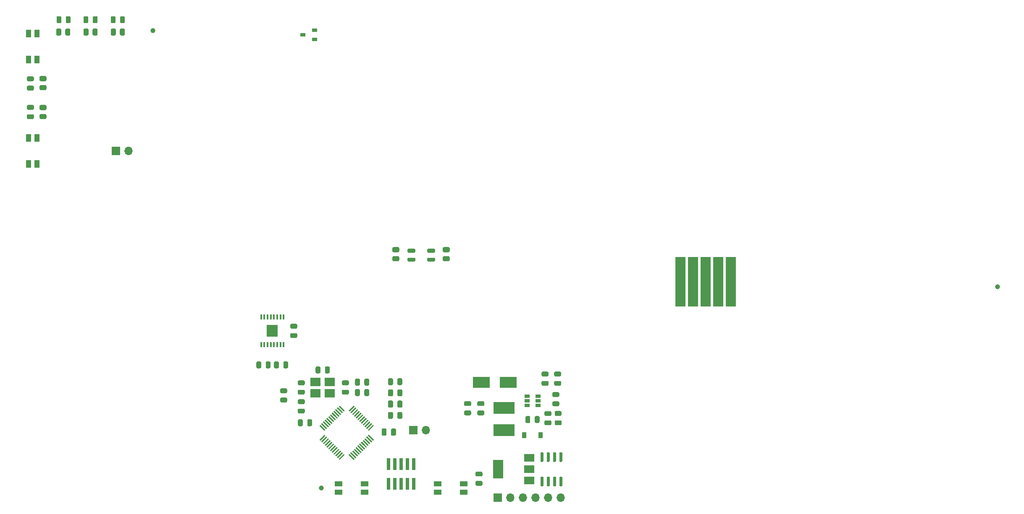
<source format=gts>
G04 #@! TF.GenerationSoftware,KiCad,Pcbnew,5.1.9+dfsg1-1~bpo10+1*
G04 #@! TF.CreationDate,2021-04-28T23:58:41+00:00*
G04 #@! TF.ProjectId,mobo,6d6f626f-2e6b-4696-9361-645f70636258,rev?*
G04 #@! TF.SameCoordinates,Original*
G04 #@! TF.FileFunction,Soldermask,Top*
G04 #@! TF.FilePolarity,Negative*
%FSLAX46Y46*%
G04 Gerber Fmt 4.6, Leading zero omitted, Abs format (unit mm)*
G04 Created by KiCad (PCBNEW 5.1.9+dfsg1-1~bpo10+1) date 2021-04-28 23:58:41*
%MOMM*%
%LPD*%
G01*
G04 APERTURE LIST*
%ADD10R,1.550000X1.000000*%
%ADD11C,1.000000*%
%ADD12R,3.500000X2.300000*%
%ADD13R,0.900000X1.200000*%
%ADD14R,2.000000X10.000000*%
%ADD15R,4.200000X2.400000*%
%ADD16O,1.700000X1.700000*%
%ADD17R,1.700000X1.700000*%
%ADD18R,1.000000X1.550000*%
%ADD19R,1.000000X0.700000*%
%ADD20R,0.450000X1.050000*%
%ADD21R,2.310000X2.460000*%
%ADD22R,2.000000X1.500000*%
%ADD23R,2.000000X3.800000*%
%ADD24R,1.060000X0.650000*%
%ADD25R,2.100000X1.800000*%
%ADD26R,0.740000X2.400000*%
G04 APERTURE END LIST*
D10*
X69450000Y-100750000D03*
X74700000Y-100750000D03*
X74700000Y-102450000D03*
X69450000Y-102450000D03*
G36*
G01*
X82360000Y-84165000D02*
X82360000Y-85115000D01*
G75*
G02*
X82110000Y-85365000I-250000J0D01*
G01*
X81610000Y-85365000D01*
G75*
G02*
X81360000Y-85115000I0J250000D01*
G01*
X81360000Y-84165000D01*
G75*
G02*
X81610000Y-83915000I250000J0D01*
G01*
X82110000Y-83915000D01*
G75*
G02*
X82360000Y-84165000I0J-250000D01*
G01*
G37*
G36*
G01*
X80460000Y-84165000D02*
X80460000Y-85115000D01*
G75*
G02*
X80210000Y-85365000I-250000J0D01*
G01*
X79710000Y-85365000D01*
G75*
G02*
X79460000Y-85115000I0J250000D01*
G01*
X79460000Y-84165000D01*
G75*
G02*
X79710000Y-83915000I250000J0D01*
G01*
X80210000Y-83915000D01*
G75*
G02*
X80460000Y-84165000I0J-250000D01*
G01*
G37*
G36*
G01*
X80070000Y-90755000D02*
X80070000Y-89805000D01*
G75*
G02*
X80320000Y-89555000I250000J0D01*
G01*
X80820000Y-89555000D01*
G75*
G02*
X81070000Y-89805000I0J-250000D01*
G01*
X81070000Y-90755000D01*
G75*
G02*
X80820000Y-91005000I-250000J0D01*
G01*
X80320000Y-91005000D01*
G75*
G02*
X80070000Y-90755000I0J250000D01*
G01*
G37*
G36*
G01*
X78170000Y-90755000D02*
X78170000Y-89805000D01*
G75*
G02*
X78420000Y-89555000I250000J0D01*
G01*
X78920000Y-89555000D01*
G75*
G02*
X79170000Y-89805000I0J-250000D01*
G01*
X79170000Y-90755000D01*
G75*
G02*
X78920000Y-91005000I-250000J0D01*
G01*
X78420000Y-91005000D01*
G75*
G02*
X78170000Y-90755000I0J250000D01*
G01*
G37*
D11*
X202300000Y-60950000D03*
X32070000Y-9180000D03*
X66030000Y-101570000D03*
G36*
G01*
X81476001Y-55781000D02*
X80575999Y-55781000D01*
G75*
G02*
X80326000Y-55531001I0J249999D01*
G01*
X80326000Y-55005999D01*
G75*
G02*
X80575999Y-54756000I249999J0D01*
G01*
X81476001Y-54756000D01*
G75*
G02*
X81726000Y-55005999I0J-249999D01*
G01*
X81726000Y-55531001D01*
G75*
G02*
X81476001Y-55781000I-249999J0D01*
G01*
G37*
G36*
G01*
X81476001Y-53956000D02*
X80575999Y-53956000D01*
G75*
G02*
X80326000Y-53706001I0J249999D01*
G01*
X80326000Y-53180999D01*
G75*
G02*
X80575999Y-52931000I249999J0D01*
G01*
X81476001Y-52931000D01*
G75*
G02*
X81726000Y-53180999I0J-249999D01*
G01*
X81726000Y-53706001D01*
G75*
G02*
X81476001Y-53956000I-249999J0D01*
G01*
G37*
G36*
G01*
X26425000Y-9049999D02*
X26425000Y-9950001D01*
G75*
G02*
X26175001Y-10200000I-249999J0D01*
G01*
X25649999Y-10200000D01*
G75*
G02*
X25400000Y-9950001I0J249999D01*
G01*
X25400000Y-9049999D01*
G75*
G02*
X25649999Y-8800000I249999J0D01*
G01*
X26175001Y-8800000D01*
G75*
G02*
X26425000Y-9049999I0J-249999D01*
G01*
G37*
G36*
G01*
X24600000Y-9049999D02*
X24600000Y-9950001D01*
G75*
G02*
X24350001Y-10200000I-249999J0D01*
G01*
X23824999Y-10200000D01*
G75*
G02*
X23575000Y-9950001I0J249999D01*
G01*
X23575000Y-9049999D01*
G75*
G02*
X23824999Y-8800000I249999J0D01*
G01*
X24350001Y-8800000D01*
G75*
G02*
X24600000Y-9049999I0J-249999D01*
G01*
G37*
G36*
G01*
X20925000Y-9049999D02*
X20925000Y-9950001D01*
G75*
G02*
X20675001Y-10200000I-249999J0D01*
G01*
X20149999Y-10200000D01*
G75*
G02*
X19900000Y-9950001I0J249999D01*
G01*
X19900000Y-9049999D01*
G75*
G02*
X20149999Y-8800000I249999J0D01*
G01*
X20675001Y-8800000D01*
G75*
G02*
X20925000Y-9049999I0J-249999D01*
G01*
G37*
G36*
G01*
X19100000Y-9049999D02*
X19100000Y-9950001D01*
G75*
G02*
X18850001Y-10200000I-249999J0D01*
G01*
X18324999Y-10200000D01*
G75*
G02*
X18075000Y-9950001I0J249999D01*
G01*
X18075000Y-9049999D01*
G75*
G02*
X18324999Y-8800000I249999J0D01*
G01*
X18850001Y-8800000D01*
G75*
G02*
X19100000Y-9049999I0J-249999D01*
G01*
G37*
G36*
G01*
X15425000Y-9049999D02*
X15425000Y-9950001D01*
G75*
G02*
X15175001Y-10200000I-249999J0D01*
G01*
X14649999Y-10200000D01*
G75*
G02*
X14400000Y-9950001I0J249999D01*
G01*
X14400000Y-9049999D01*
G75*
G02*
X14649999Y-8800000I249999J0D01*
G01*
X15175001Y-8800000D01*
G75*
G02*
X15425000Y-9049999I0J-249999D01*
G01*
G37*
G36*
G01*
X13600000Y-9049999D02*
X13600000Y-9950001D01*
G75*
G02*
X13350001Y-10200000I-249999J0D01*
G01*
X12824999Y-10200000D01*
G75*
G02*
X12575000Y-9950001I0J249999D01*
G01*
X12575000Y-9049999D01*
G75*
G02*
X12824999Y-8800000I249999J0D01*
G01*
X13350001Y-8800000D01*
G75*
G02*
X13600000Y-9049999I0J-249999D01*
G01*
G37*
G36*
G01*
X91636001Y-55781000D02*
X90735999Y-55781000D01*
G75*
G02*
X90486000Y-55531001I0J249999D01*
G01*
X90486000Y-55005999D01*
G75*
G02*
X90735999Y-54756000I249999J0D01*
G01*
X91636001Y-54756000D01*
G75*
G02*
X91886000Y-55005999I0J-249999D01*
G01*
X91886000Y-55531001D01*
G75*
G02*
X91636001Y-55781000I-249999J0D01*
G01*
G37*
G36*
G01*
X91636001Y-53956000D02*
X90735999Y-53956000D01*
G75*
G02*
X90486000Y-53706001I0J249999D01*
G01*
X90486000Y-53180999D01*
G75*
G02*
X90735999Y-52931000I249999J0D01*
G01*
X91636001Y-52931000D01*
G75*
G02*
X91886000Y-53180999I0J-249999D01*
G01*
X91886000Y-53706001D01*
G75*
G02*
X91636001Y-53956000I-249999J0D01*
G01*
G37*
G36*
G01*
X9455999Y-18387000D02*
X10356001Y-18387000D01*
G75*
G02*
X10606000Y-18636999I0J-249999D01*
G01*
X10606000Y-19162001D01*
G75*
G02*
X10356001Y-19412000I-249999J0D01*
G01*
X9455999Y-19412000D01*
G75*
G02*
X9206000Y-19162001I0J249999D01*
G01*
X9206000Y-18636999D01*
G75*
G02*
X9455999Y-18387000I249999J0D01*
G01*
G37*
G36*
G01*
X9455999Y-20212000D02*
X10356001Y-20212000D01*
G75*
G02*
X10606000Y-20461999I0J-249999D01*
G01*
X10606000Y-20987001D01*
G75*
G02*
X10356001Y-21237000I-249999J0D01*
G01*
X9455999Y-21237000D01*
G75*
G02*
X9206000Y-20987001I0J249999D01*
G01*
X9206000Y-20461999D01*
G75*
G02*
X9455999Y-20212000I249999J0D01*
G01*
G37*
G36*
G01*
X9455999Y-24229000D02*
X10356001Y-24229000D01*
G75*
G02*
X10606000Y-24478999I0J-249999D01*
G01*
X10606000Y-25004001D01*
G75*
G02*
X10356001Y-25254000I-249999J0D01*
G01*
X9455999Y-25254000D01*
G75*
G02*
X9206000Y-25004001I0J249999D01*
G01*
X9206000Y-24478999D01*
G75*
G02*
X9455999Y-24229000I249999J0D01*
G01*
G37*
G36*
G01*
X9455999Y-26054000D02*
X10356001Y-26054000D01*
G75*
G02*
X10606000Y-26303999I0J-249999D01*
G01*
X10606000Y-26829001D01*
G75*
G02*
X10356001Y-27079000I-249999J0D01*
G01*
X9455999Y-27079000D01*
G75*
G02*
X9206000Y-26829001I0J249999D01*
G01*
X9206000Y-26303999D01*
G75*
G02*
X9455999Y-26054000I249999J0D01*
G01*
G37*
G36*
G01*
X84802000Y-55845000D02*
X83537000Y-55845000D01*
G75*
G02*
X83339500Y-55647500I0J197500D01*
G01*
X83339500Y-55252500D01*
G75*
G02*
X83537000Y-55055000I197500J0D01*
G01*
X84802000Y-55055000D01*
G75*
G02*
X84999500Y-55252500I0J-197500D01*
G01*
X84999500Y-55647500D01*
G75*
G02*
X84802000Y-55845000I-197500J0D01*
G01*
G37*
G36*
G01*
X84802000Y-54045000D02*
X83537000Y-54045000D01*
G75*
G02*
X83339500Y-53847500I0J197500D01*
G01*
X83339500Y-53452500D01*
G75*
G02*
X83537000Y-53255000I197500J0D01*
G01*
X84802000Y-53255000D01*
G75*
G02*
X84999500Y-53452500I0J-197500D01*
G01*
X84999500Y-53847500D01*
G75*
G02*
X84802000Y-54045000I-197500J0D01*
G01*
G37*
G36*
G01*
X88802000Y-54045000D02*
X87537000Y-54045000D01*
G75*
G02*
X87339500Y-53847500I0J197500D01*
G01*
X87339500Y-53452500D01*
G75*
G02*
X87537000Y-53255000I197500J0D01*
G01*
X88802000Y-53255000D01*
G75*
G02*
X88999500Y-53452500I0J-197500D01*
G01*
X88999500Y-53847500D01*
G75*
G02*
X88802000Y-54045000I-197500J0D01*
G01*
G37*
G36*
G01*
X88802000Y-55845000D02*
X87537000Y-55845000D01*
G75*
G02*
X87339500Y-55647500I0J197500D01*
G01*
X87339500Y-55252500D01*
G75*
G02*
X87537000Y-55055000I197500J0D01*
G01*
X88802000Y-55055000D01*
G75*
G02*
X88999500Y-55252500I0J-197500D01*
G01*
X88999500Y-55647500D01*
G75*
G02*
X88802000Y-55845000I-197500J0D01*
G01*
G37*
G36*
G01*
X71322250Y-80830000D02*
X70409750Y-80830000D01*
G75*
G02*
X70166000Y-80586250I0J243750D01*
G01*
X70166000Y-80098750D01*
G75*
G02*
X70409750Y-79855000I243750J0D01*
G01*
X71322250Y-79855000D01*
G75*
G02*
X71566000Y-80098750I0J-243750D01*
G01*
X71566000Y-80586250D01*
G75*
G02*
X71322250Y-80830000I-243750J0D01*
G01*
G37*
G36*
G01*
X71322250Y-82705000D02*
X70409750Y-82705000D01*
G75*
G02*
X70166000Y-82461250I0J243750D01*
G01*
X70166000Y-81973750D01*
G75*
G02*
X70409750Y-81730000I243750J0D01*
G01*
X71322250Y-81730000D01*
G75*
G02*
X71566000Y-81973750I0J-243750D01*
G01*
X71566000Y-82461250D01*
G75*
G02*
X71322250Y-82705000I-243750J0D01*
G01*
G37*
G36*
G01*
X72815000Y-80656250D02*
X72815000Y-79743750D01*
G75*
G02*
X73058750Y-79500000I243750J0D01*
G01*
X73546250Y-79500000D01*
G75*
G02*
X73790000Y-79743750I0J-243750D01*
G01*
X73790000Y-80656250D01*
G75*
G02*
X73546250Y-80900000I-243750J0D01*
G01*
X73058750Y-80900000D01*
G75*
G02*
X72815000Y-80656250I0J243750D01*
G01*
G37*
G36*
G01*
X74690000Y-80656250D02*
X74690000Y-79743750D01*
G75*
G02*
X74933750Y-79500000I243750J0D01*
G01*
X75421250Y-79500000D01*
G75*
G02*
X75665000Y-79743750I0J-243750D01*
G01*
X75665000Y-80656250D01*
G75*
G02*
X75421250Y-80900000I-243750J0D01*
G01*
X74933750Y-80900000D01*
G75*
G02*
X74690000Y-80656250I0J243750D01*
G01*
G37*
G36*
G01*
X74696500Y-82752250D02*
X74696500Y-81839750D01*
G75*
G02*
X74940250Y-81596000I243750J0D01*
G01*
X75427750Y-81596000D01*
G75*
G02*
X75671500Y-81839750I0J-243750D01*
G01*
X75671500Y-82752250D01*
G75*
G02*
X75427750Y-82996000I-243750J0D01*
G01*
X74940250Y-82996000D01*
G75*
G02*
X74696500Y-82752250I0J243750D01*
G01*
G37*
G36*
G01*
X72821500Y-82752250D02*
X72821500Y-81839750D01*
G75*
G02*
X73065250Y-81596000I243750J0D01*
G01*
X73552750Y-81596000D01*
G75*
G02*
X73796500Y-81839750I0J-243750D01*
G01*
X73796500Y-82752250D01*
G75*
G02*
X73552750Y-82996000I-243750J0D01*
G01*
X73065250Y-82996000D01*
G75*
G02*
X72821500Y-82752250I0J243750D01*
G01*
G37*
G36*
G01*
X61519750Y-83665000D02*
X62432250Y-83665000D01*
G75*
G02*
X62676000Y-83908750I0J-243750D01*
G01*
X62676000Y-84396250D01*
G75*
G02*
X62432250Y-84640000I-243750J0D01*
G01*
X61519750Y-84640000D01*
G75*
G02*
X61276000Y-84396250I0J243750D01*
G01*
X61276000Y-83908750D01*
G75*
G02*
X61519750Y-83665000I243750J0D01*
G01*
G37*
G36*
G01*
X61519750Y-85540000D02*
X62432250Y-85540000D01*
G75*
G02*
X62676000Y-85783750I0J-243750D01*
G01*
X62676000Y-86271250D01*
G75*
G02*
X62432250Y-86515000I-243750J0D01*
G01*
X61519750Y-86515000D01*
G75*
G02*
X61276000Y-86271250I0J243750D01*
G01*
X61276000Y-85783750D01*
G75*
G02*
X61519750Y-85540000I243750J0D01*
G01*
G37*
G36*
G01*
X53906000Y-76251750D02*
X53906000Y-77164250D01*
G75*
G02*
X53662250Y-77408000I-243750J0D01*
G01*
X53174750Y-77408000D01*
G75*
G02*
X52931000Y-77164250I0J243750D01*
G01*
X52931000Y-76251750D01*
G75*
G02*
X53174750Y-76008000I243750J0D01*
G01*
X53662250Y-76008000D01*
G75*
G02*
X53906000Y-76251750I0J-243750D01*
G01*
G37*
G36*
G01*
X55781000Y-76251750D02*
X55781000Y-77164250D01*
G75*
G02*
X55537250Y-77408000I-243750J0D01*
G01*
X55049750Y-77408000D01*
G75*
G02*
X54806000Y-77164250I0J243750D01*
G01*
X54806000Y-76251750D01*
G75*
G02*
X55049750Y-76008000I243750J0D01*
G01*
X55537250Y-76008000D01*
G75*
G02*
X55781000Y-76251750I0J-243750D01*
G01*
G37*
G36*
G01*
X67719000Y-77267750D02*
X67719000Y-78180250D01*
G75*
G02*
X67475250Y-78424000I-243750J0D01*
G01*
X66987750Y-78424000D01*
G75*
G02*
X66744000Y-78180250I0J243750D01*
G01*
X66744000Y-77267750D01*
G75*
G02*
X66987750Y-77024000I243750J0D01*
G01*
X67475250Y-77024000D01*
G75*
G02*
X67719000Y-77267750I0J-243750D01*
G01*
G37*
G36*
G01*
X65844000Y-77267750D02*
X65844000Y-78180250D01*
G75*
G02*
X65600250Y-78424000I-243750J0D01*
G01*
X65112750Y-78424000D01*
G75*
G02*
X64869000Y-78180250I0J243750D01*
G01*
X64869000Y-77267750D01*
G75*
G02*
X65112750Y-77024000I243750J0D01*
G01*
X65600250Y-77024000D01*
G75*
G02*
X65844000Y-77267750I0J-243750D01*
G01*
G37*
G36*
G01*
X62432250Y-80830000D02*
X61519750Y-80830000D01*
G75*
G02*
X61276000Y-80586250I0J243750D01*
G01*
X61276000Y-80098750D01*
G75*
G02*
X61519750Y-79855000I243750J0D01*
G01*
X62432250Y-79855000D01*
G75*
G02*
X62676000Y-80098750I0J-243750D01*
G01*
X62676000Y-80586250D01*
G75*
G02*
X62432250Y-80830000I-243750J0D01*
G01*
G37*
G36*
G01*
X62432250Y-82705000D02*
X61519750Y-82705000D01*
G75*
G02*
X61276000Y-82461250I0J243750D01*
G01*
X61276000Y-81973750D01*
G75*
G02*
X61519750Y-81730000I243750J0D01*
G01*
X62432250Y-81730000D01*
G75*
G02*
X62676000Y-81973750I0J-243750D01*
G01*
X62676000Y-82461250D01*
G75*
G02*
X62432250Y-82705000I-243750J0D01*
G01*
G37*
G36*
G01*
X57462000Y-76251750D02*
X57462000Y-77164250D01*
G75*
G02*
X57218250Y-77408000I-243750J0D01*
G01*
X56730750Y-77408000D01*
G75*
G02*
X56487000Y-77164250I0J243750D01*
G01*
X56487000Y-76251750D01*
G75*
G02*
X56730750Y-76008000I243750J0D01*
G01*
X57218250Y-76008000D01*
G75*
G02*
X57462000Y-76251750I0J-243750D01*
G01*
G37*
G36*
G01*
X59337000Y-76251750D02*
X59337000Y-77164250D01*
G75*
G02*
X59093250Y-77408000I-243750J0D01*
G01*
X58605750Y-77408000D01*
G75*
G02*
X58362000Y-77164250I0J243750D01*
G01*
X58362000Y-76251750D01*
G75*
G02*
X58605750Y-76008000I243750J0D01*
G01*
X59093250Y-76008000D01*
G75*
G02*
X59337000Y-76251750I0J-243750D01*
G01*
G37*
G36*
G01*
X59995750Y-68425000D02*
X60908250Y-68425000D01*
G75*
G02*
X61152000Y-68668750I0J-243750D01*
G01*
X61152000Y-69156250D01*
G75*
G02*
X60908250Y-69400000I-243750J0D01*
G01*
X59995750Y-69400000D01*
G75*
G02*
X59752000Y-69156250I0J243750D01*
G01*
X59752000Y-68668750D01*
G75*
G02*
X59995750Y-68425000I243750J0D01*
G01*
G37*
G36*
G01*
X59995750Y-70300000D02*
X60908250Y-70300000D01*
G75*
G02*
X61152000Y-70543750I0J-243750D01*
G01*
X61152000Y-71031250D01*
G75*
G02*
X60908250Y-71275000I-243750J0D01*
G01*
X59995750Y-71275000D01*
G75*
G02*
X59752000Y-71031250I0J243750D01*
G01*
X59752000Y-70543750D01*
G75*
G02*
X59995750Y-70300000I243750J0D01*
G01*
G37*
G36*
G01*
X97333750Y-98270000D02*
X98246250Y-98270000D01*
G75*
G02*
X98490000Y-98513750I0J-243750D01*
G01*
X98490000Y-99001250D01*
G75*
G02*
X98246250Y-99245000I-243750J0D01*
G01*
X97333750Y-99245000D01*
G75*
G02*
X97090000Y-99001250I0J243750D01*
G01*
X97090000Y-98513750D01*
G75*
G02*
X97333750Y-98270000I243750J0D01*
G01*
G37*
G36*
G01*
X97333750Y-100145000D02*
X98246250Y-100145000D01*
G75*
G02*
X98490000Y-100388750I0J-243750D01*
G01*
X98490000Y-100876250D01*
G75*
G02*
X98246250Y-101120000I-243750J0D01*
G01*
X97333750Y-101120000D01*
G75*
G02*
X97090000Y-100876250I0J243750D01*
G01*
X97090000Y-100388750D01*
G75*
G02*
X97333750Y-100145000I243750J0D01*
G01*
G37*
G36*
G01*
X79485000Y-82816250D02*
X79485000Y-81903750D01*
G75*
G02*
X79728750Y-81660000I243750J0D01*
G01*
X80216250Y-81660000D01*
G75*
G02*
X80460000Y-81903750I0J-243750D01*
G01*
X80460000Y-82816250D01*
G75*
G02*
X80216250Y-83060000I-243750J0D01*
G01*
X79728750Y-83060000D01*
G75*
G02*
X79485000Y-82816250I0J243750D01*
G01*
G37*
G36*
G01*
X81360000Y-82816250D02*
X81360000Y-81903750D01*
G75*
G02*
X81603750Y-81660000I243750J0D01*
G01*
X82091250Y-81660000D01*
G75*
G02*
X82335000Y-81903750I0J-243750D01*
G01*
X82335000Y-82816250D01*
G75*
G02*
X82091250Y-83060000I-243750J0D01*
G01*
X81603750Y-83060000D01*
G75*
G02*
X81360000Y-82816250I0J243750D01*
G01*
G37*
G36*
G01*
X79485000Y-80566250D02*
X79485000Y-79653750D01*
G75*
G02*
X79728750Y-79410000I243750J0D01*
G01*
X80216250Y-79410000D01*
G75*
G02*
X80460000Y-79653750I0J-243750D01*
G01*
X80460000Y-80566250D01*
G75*
G02*
X80216250Y-80810000I-243750J0D01*
G01*
X79728750Y-80810000D01*
G75*
G02*
X79485000Y-80566250I0J243750D01*
G01*
G37*
G36*
G01*
X81360000Y-80566250D02*
X81360000Y-79653750D01*
G75*
G02*
X81603750Y-79410000I243750J0D01*
G01*
X82091250Y-79410000D01*
G75*
G02*
X82335000Y-79653750I0J-243750D01*
G01*
X82335000Y-80566250D01*
G75*
G02*
X82091250Y-80810000I-243750J0D01*
G01*
X81603750Y-80810000D01*
G75*
G02*
X81360000Y-80566250I0J243750D01*
G01*
G37*
G36*
G01*
X112156250Y-88905000D02*
X111243750Y-88905000D01*
G75*
G02*
X111000000Y-88661250I0J243750D01*
G01*
X111000000Y-88173750D01*
G75*
G02*
X111243750Y-87930000I243750J0D01*
G01*
X112156250Y-87930000D01*
G75*
G02*
X112400000Y-88173750I0J-243750D01*
G01*
X112400000Y-88661250D01*
G75*
G02*
X112156250Y-88905000I-243750J0D01*
G01*
G37*
G36*
G01*
X112156250Y-87030000D02*
X111243750Y-87030000D01*
G75*
G02*
X111000000Y-86786250I0J243750D01*
G01*
X111000000Y-86298750D01*
G75*
G02*
X111243750Y-86055000I243750J0D01*
G01*
X112156250Y-86055000D01*
G75*
G02*
X112400000Y-86298750I0J-243750D01*
G01*
X112400000Y-86786250D01*
G75*
G02*
X112156250Y-87030000I-243750J0D01*
G01*
G37*
G36*
G01*
X113208750Y-79952000D02*
X114121250Y-79952000D01*
G75*
G02*
X114365000Y-80195750I0J-243750D01*
G01*
X114365000Y-80683250D01*
G75*
G02*
X114121250Y-80927000I-243750J0D01*
G01*
X113208750Y-80927000D01*
G75*
G02*
X112965000Y-80683250I0J243750D01*
G01*
X112965000Y-80195750D01*
G75*
G02*
X113208750Y-79952000I243750J0D01*
G01*
G37*
G36*
G01*
X113208750Y-78077000D02*
X114121250Y-78077000D01*
G75*
G02*
X114365000Y-78320750I0J-243750D01*
G01*
X114365000Y-78808250D01*
G75*
G02*
X114121250Y-79052000I-243750J0D01*
G01*
X113208750Y-79052000D01*
G75*
G02*
X112965000Y-78808250I0J243750D01*
G01*
X112965000Y-78320750D01*
G75*
G02*
X113208750Y-78077000I243750J0D01*
G01*
G37*
G36*
G01*
X110668750Y-79952000D02*
X111581250Y-79952000D01*
G75*
G02*
X111825000Y-80195750I0J-243750D01*
G01*
X111825000Y-80683250D01*
G75*
G02*
X111581250Y-80927000I-243750J0D01*
G01*
X110668750Y-80927000D01*
G75*
G02*
X110425000Y-80683250I0J243750D01*
G01*
X110425000Y-80195750D01*
G75*
G02*
X110668750Y-79952000I243750J0D01*
G01*
G37*
G36*
G01*
X110668750Y-78077000D02*
X111581250Y-78077000D01*
G75*
G02*
X111825000Y-78320750I0J-243750D01*
G01*
X111825000Y-78808250D01*
G75*
G02*
X111581250Y-79052000I-243750J0D01*
G01*
X110668750Y-79052000D01*
G75*
G02*
X110425000Y-78808250I0J243750D01*
G01*
X110425000Y-78320750D01*
G75*
G02*
X110668750Y-78077000I243750J0D01*
G01*
G37*
G36*
G01*
X110010000Y-87300750D02*
X110010000Y-88213250D01*
G75*
G02*
X109766250Y-88457000I-243750J0D01*
G01*
X109278750Y-88457000D01*
G75*
G02*
X109035000Y-88213250I0J243750D01*
G01*
X109035000Y-87300750D01*
G75*
G02*
X109278750Y-87057000I243750J0D01*
G01*
X109766250Y-87057000D01*
G75*
G02*
X110010000Y-87300750I0J-243750D01*
G01*
G37*
G36*
G01*
X108135000Y-87300750D02*
X108135000Y-88213250D01*
G75*
G02*
X107891250Y-88457000I-243750J0D01*
G01*
X107403750Y-88457000D01*
G75*
G02*
X107160000Y-88213250I0J243750D01*
G01*
X107160000Y-87300750D01*
G75*
G02*
X107403750Y-87057000I243750J0D01*
G01*
X107891250Y-87057000D01*
G75*
G02*
X108135000Y-87300750I0J-243750D01*
G01*
G37*
G36*
G01*
X98627250Y-85021000D02*
X97714750Y-85021000D01*
G75*
G02*
X97471000Y-84777250I0J243750D01*
G01*
X97471000Y-84289750D01*
G75*
G02*
X97714750Y-84046000I243750J0D01*
G01*
X98627250Y-84046000D01*
G75*
G02*
X98871000Y-84289750I0J-243750D01*
G01*
X98871000Y-84777250D01*
G75*
G02*
X98627250Y-85021000I-243750J0D01*
G01*
G37*
G36*
G01*
X98627250Y-86896000D02*
X97714750Y-86896000D01*
G75*
G02*
X97471000Y-86652250I0J243750D01*
G01*
X97471000Y-86164750D01*
G75*
G02*
X97714750Y-85921000I243750J0D01*
G01*
X98627250Y-85921000D01*
G75*
G02*
X98871000Y-86164750I0J-243750D01*
G01*
X98871000Y-86652250D01*
G75*
G02*
X98627250Y-86896000I-243750J0D01*
G01*
G37*
G36*
G01*
X95960250Y-86896000D02*
X95047750Y-86896000D01*
G75*
G02*
X94804000Y-86652250I0J243750D01*
G01*
X94804000Y-86164750D01*
G75*
G02*
X95047750Y-85921000I243750J0D01*
G01*
X95960250Y-85921000D01*
G75*
G02*
X96204000Y-86164750I0J-243750D01*
G01*
X96204000Y-86652250D01*
G75*
G02*
X95960250Y-86896000I-243750J0D01*
G01*
G37*
G36*
G01*
X95960250Y-85021000D02*
X95047750Y-85021000D01*
G75*
G02*
X94804000Y-84777250I0J243750D01*
G01*
X94804000Y-84289750D01*
G75*
G02*
X95047750Y-84046000I243750J0D01*
G01*
X95960250Y-84046000D01*
G75*
G02*
X96204000Y-84289750I0J-243750D01*
G01*
X96204000Y-84777250D01*
G75*
G02*
X95960250Y-85021000I-243750J0D01*
G01*
G37*
G36*
G01*
X7822250Y-19440500D02*
X6909750Y-19440500D01*
G75*
G02*
X6666000Y-19196750I0J243750D01*
G01*
X6666000Y-18709250D01*
G75*
G02*
X6909750Y-18465500I243750J0D01*
G01*
X7822250Y-18465500D01*
G75*
G02*
X8066000Y-18709250I0J-243750D01*
G01*
X8066000Y-19196750D01*
G75*
G02*
X7822250Y-19440500I-243750J0D01*
G01*
G37*
G36*
G01*
X7822250Y-21315500D02*
X6909750Y-21315500D01*
G75*
G02*
X6666000Y-21071750I0J243750D01*
G01*
X6666000Y-20584250D01*
G75*
G02*
X6909750Y-20340500I243750J0D01*
G01*
X7822250Y-20340500D01*
G75*
G02*
X8066000Y-20584250I0J-243750D01*
G01*
X8066000Y-21071750D01*
G75*
G02*
X7822250Y-21315500I-243750J0D01*
G01*
G37*
G36*
G01*
X7822250Y-27079000D02*
X6909750Y-27079000D01*
G75*
G02*
X6666000Y-26835250I0J243750D01*
G01*
X6666000Y-26347750D01*
G75*
G02*
X6909750Y-26104000I243750J0D01*
G01*
X7822250Y-26104000D01*
G75*
G02*
X8066000Y-26347750I0J-243750D01*
G01*
X8066000Y-26835250D01*
G75*
G02*
X7822250Y-27079000I-243750J0D01*
G01*
G37*
G36*
G01*
X7822250Y-25204000D02*
X6909750Y-25204000D01*
G75*
G02*
X6666000Y-24960250I0J243750D01*
G01*
X6666000Y-24472750D01*
G75*
G02*
X6909750Y-24229000I243750J0D01*
G01*
X7822250Y-24229000D01*
G75*
G02*
X8066000Y-24472750I0J-243750D01*
G01*
X8066000Y-24960250D01*
G75*
G02*
X7822250Y-25204000I-243750J0D01*
G01*
G37*
D12*
X98265000Y-80264000D03*
X103665000Y-80264000D03*
D13*
X106935000Y-90932000D03*
X110235000Y-90932000D03*
D14*
X148560000Y-59900000D03*
X146020000Y-59900000D03*
X143480000Y-59900000D03*
X140940000Y-59900000D03*
X138400000Y-59900000D03*
D15*
X102870000Y-89880000D03*
X102870000Y-85380000D03*
D16*
X87122000Y-89916000D03*
D17*
X84582000Y-89916000D03*
X24628000Y-33528000D03*
D16*
X27168000Y-33528000D03*
G36*
G01*
X62288000Y-87935750D02*
X62288000Y-88848250D01*
G75*
G02*
X62044250Y-89092000I-243750J0D01*
G01*
X61556750Y-89092000D01*
G75*
G02*
X61313000Y-88848250I0J243750D01*
G01*
X61313000Y-87935750D01*
G75*
G02*
X61556750Y-87692000I243750J0D01*
G01*
X62044250Y-87692000D01*
G75*
G02*
X62288000Y-87935750I0J-243750D01*
G01*
G37*
G36*
G01*
X64163000Y-87935750D02*
X64163000Y-88848250D01*
G75*
G02*
X63919250Y-89092000I-243750J0D01*
G01*
X63431750Y-89092000D01*
G75*
G02*
X63188000Y-88848250I0J243750D01*
G01*
X63188000Y-87935750D01*
G75*
G02*
X63431750Y-87692000I243750J0D01*
G01*
X63919250Y-87692000D01*
G75*
G02*
X64163000Y-87935750I0J-243750D01*
G01*
G37*
G36*
G01*
X114210250Y-87014500D02*
X113297750Y-87014500D01*
G75*
G02*
X113054000Y-86770750I0J243750D01*
G01*
X113054000Y-86283250D01*
G75*
G02*
X113297750Y-86039500I243750J0D01*
G01*
X114210250Y-86039500D01*
G75*
G02*
X114454000Y-86283250I0J-243750D01*
G01*
X114454000Y-86770750D01*
G75*
G02*
X114210250Y-87014500I-243750J0D01*
G01*
G37*
G36*
G01*
X114210250Y-88889500D02*
X113297750Y-88889500D01*
G75*
G02*
X113054000Y-88645750I0J243750D01*
G01*
X113054000Y-88158250D01*
G75*
G02*
X113297750Y-87914500I243750J0D01*
G01*
X114210250Y-87914500D01*
G75*
G02*
X114454000Y-88158250I0J-243750D01*
G01*
X114454000Y-88645750D01*
G75*
G02*
X114210250Y-88889500I-243750J0D01*
G01*
G37*
G36*
G01*
X112827750Y-84094500D02*
X113740250Y-84094500D01*
G75*
G02*
X113984000Y-84338250I0J-243750D01*
G01*
X113984000Y-84825750D01*
G75*
G02*
X113740250Y-85069500I-243750J0D01*
G01*
X112827750Y-85069500D01*
G75*
G02*
X112584000Y-84825750I0J243750D01*
G01*
X112584000Y-84338250D01*
G75*
G02*
X112827750Y-84094500I243750J0D01*
G01*
G37*
G36*
G01*
X112827750Y-82219500D02*
X113740250Y-82219500D01*
G75*
G02*
X113984000Y-82463250I0J-243750D01*
G01*
X113984000Y-82950750D01*
G75*
G02*
X113740250Y-83194500I-243750J0D01*
G01*
X112827750Y-83194500D01*
G75*
G02*
X112584000Y-82950750I0J243750D01*
G01*
X112584000Y-82463250D01*
G75*
G02*
X112827750Y-82219500I243750J0D01*
G01*
G37*
D18*
X7024000Y-9821000D03*
X7024000Y-15071000D03*
X8724000Y-15071000D03*
X8724000Y-9821000D03*
X8724000Y-30903000D03*
X8724000Y-36153000D03*
X7024000Y-36153000D03*
X7024000Y-30903000D03*
D10*
X89450000Y-102450000D03*
X94700000Y-102450000D03*
X94700000Y-100750000D03*
X89450000Y-100750000D03*
D19*
X62276000Y-10041000D03*
X64676000Y-9091000D03*
X64676000Y-10991000D03*
G36*
G01*
X110640000Y-96290000D02*
X110340000Y-96290000D01*
G75*
G02*
X110190000Y-96140000I0J150000D01*
G01*
X110190000Y-94490000D01*
G75*
G02*
X110340000Y-94340000I150000J0D01*
G01*
X110640000Y-94340000D01*
G75*
G02*
X110790000Y-94490000I0J-150000D01*
G01*
X110790000Y-96140000D01*
G75*
G02*
X110640000Y-96290000I-150000J0D01*
G01*
G37*
G36*
G01*
X111910000Y-96290000D02*
X111610000Y-96290000D01*
G75*
G02*
X111460000Y-96140000I0J150000D01*
G01*
X111460000Y-94490000D01*
G75*
G02*
X111610000Y-94340000I150000J0D01*
G01*
X111910000Y-94340000D01*
G75*
G02*
X112060000Y-94490000I0J-150000D01*
G01*
X112060000Y-96140000D01*
G75*
G02*
X111910000Y-96290000I-150000J0D01*
G01*
G37*
G36*
G01*
X113180000Y-96290000D02*
X112880000Y-96290000D01*
G75*
G02*
X112730000Y-96140000I0J150000D01*
G01*
X112730000Y-94490000D01*
G75*
G02*
X112880000Y-94340000I150000J0D01*
G01*
X113180000Y-94340000D01*
G75*
G02*
X113330000Y-94490000I0J-150000D01*
G01*
X113330000Y-96140000D01*
G75*
G02*
X113180000Y-96290000I-150000J0D01*
G01*
G37*
G36*
G01*
X114450000Y-96290000D02*
X114150000Y-96290000D01*
G75*
G02*
X114000000Y-96140000I0J150000D01*
G01*
X114000000Y-94490000D01*
G75*
G02*
X114150000Y-94340000I150000J0D01*
G01*
X114450000Y-94340000D01*
G75*
G02*
X114600000Y-94490000I0J-150000D01*
G01*
X114600000Y-96140000D01*
G75*
G02*
X114450000Y-96290000I-150000J0D01*
G01*
G37*
G36*
G01*
X114450000Y-101240000D02*
X114150000Y-101240000D01*
G75*
G02*
X114000000Y-101090000I0J150000D01*
G01*
X114000000Y-99440000D01*
G75*
G02*
X114150000Y-99290000I150000J0D01*
G01*
X114450000Y-99290000D01*
G75*
G02*
X114600000Y-99440000I0J-150000D01*
G01*
X114600000Y-101090000D01*
G75*
G02*
X114450000Y-101240000I-150000J0D01*
G01*
G37*
G36*
G01*
X113180000Y-101240000D02*
X112880000Y-101240000D01*
G75*
G02*
X112730000Y-101090000I0J150000D01*
G01*
X112730000Y-99440000D01*
G75*
G02*
X112880000Y-99290000I150000J0D01*
G01*
X113180000Y-99290000D01*
G75*
G02*
X113330000Y-99440000I0J-150000D01*
G01*
X113330000Y-101090000D01*
G75*
G02*
X113180000Y-101240000I-150000J0D01*
G01*
G37*
G36*
G01*
X111910000Y-101240000D02*
X111610000Y-101240000D01*
G75*
G02*
X111460000Y-101090000I0J150000D01*
G01*
X111460000Y-99440000D01*
G75*
G02*
X111610000Y-99290000I150000J0D01*
G01*
X111910000Y-99290000D01*
G75*
G02*
X112060000Y-99440000I0J-150000D01*
G01*
X112060000Y-101090000D01*
G75*
G02*
X111910000Y-101240000I-150000J0D01*
G01*
G37*
G36*
G01*
X110640000Y-101240000D02*
X110340000Y-101240000D01*
G75*
G02*
X110190000Y-101090000I0J150000D01*
G01*
X110190000Y-99440000D01*
G75*
G02*
X110340000Y-99290000I150000J0D01*
G01*
X110640000Y-99290000D01*
G75*
G02*
X110790000Y-99440000I0J-150000D01*
G01*
X110790000Y-101090000D01*
G75*
G02*
X110640000Y-101240000I-150000J0D01*
G01*
G37*
D20*
X58420000Y-67056000D03*
X57770000Y-67056000D03*
X57120000Y-67056000D03*
X56470000Y-67056000D03*
X55820000Y-67056000D03*
X55170000Y-67056000D03*
X54520000Y-67056000D03*
X53870000Y-67056000D03*
X53870000Y-72606000D03*
X54520000Y-72606000D03*
X55170000Y-72606000D03*
X55820000Y-72606000D03*
X56470000Y-72606000D03*
X57120000Y-72606000D03*
X57770000Y-72606000D03*
X58420000Y-72606000D03*
D21*
X56145000Y-69831000D03*
D22*
X107925000Y-100090000D03*
X107925000Y-95490000D03*
X107925000Y-97790000D03*
D23*
X101625000Y-97790000D03*
G36*
G01*
X69546688Y-85067666D02*
X69652754Y-84961600D01*
G75*
G02*
X69758820Y-84961600I53033J-53033D01*
G01*
X70695736Y-85898516D01*
G75*
G02*
X70695736Y-86004582I-53033J-53033D01*
G01*
X70589670Y-86110648D01*
G75*
G02*
X70483604Y-86110648I-53033J53033D01*
G01*
X69546688Y-85173732D01*
G75*
G02*
X69546688Y-85067666I53033J53033D01*
G01*
G37*
G36*
G01*
X69193134Y-85421220D02*
X69299200Y-85315154D01*
G75*
G02*
X69405266Y-85315154I53033J-53033D01*
G01*
X70342182Y-86252070D01*
G75*
G02*
X70342182Y-86358136I-53033J-53033D01*
G01*
X70236116Y-86464202D01*
G75*
G02*
X70130050Y-86464202I-53033J53033D01*
G01*
X69193134Y-85527286D01*
G75*
G02*
X69193134Y-85421220I53033J53033D01*
G01*
G37*
G36*
G01*
X68839581Y-85774773D02*
X68945647Y-85668707D01*
G75*
G02*
X69051713Y-85668707I53033J-53033D01*
G01*
X69988629Y-86605623D01*
G75*
G02*
X69988629Y-86711689I-53033J-53033D01*
G01*
X69882563Y-86817755D01*
G75*
G02*
X69776497Y-86817755I-53033J53033D01*
G01*
X68839581Y-85880839D01*
G75*
G02*
X68839581Y-85774773I53033J53033D01*
G01*
G37*
G36*
G01*
X68486027Y-86128327D02*
X68592093Y-86022261D01*
G75*
G02*
X68698159Y-86022261I53033J-53033D01*
G01*
X69635075Y-86959177D01*
G75*
G02*
X69635075Y-87065243I-53033J-53033D01*
G01*
X69529009Y-87171309D01*
G75*
G02*
X69422943Y-87171309I-53033J53033D01*
G01*
X68486027Y-86234393D01*
G75*
G02*
X68486027Y-86128327I53033J53033D01*
G01*
G37*
G36*
G01*
X68132474Y-86481880D02*
X68238540Y-86375814D01*
G75*
G02*
X68344606Y-86375814I53033J-53033D01*
G01*
X69281522Y-87312730D01*
G75*
G02*
X69281522Y-87418796I-53033J-53033D01*
G01*
X69175456Y-87524862D01*
G75*
G02*
X69069390Y-87524862I-53033J53033D01*
G01*
X68132474Y-86587946D01*
G75*
G02*
X68132474Y-86481880I53033J53033D01*
G01*
G37*
G36*
G01*
X67778921Y-86835433D02*
X67884987Y-86729367D01*
G75*
G02*
X67991053Y-86729367I53033J-53033D01*
G01*
X68927969Y-87666283D01*
G75*
G02*
X68927969Y-87772349I-53033J-53033D01*
G01*
X68821903Y-87878415D01*
G75*
G02*
X68715837Y-87878415I-53033J53033D01*
G01*
X67778921Y-86941499D01*
G75*
G02*
X67778921Y-86835433I53033J53033D01*
G01*
G37*
G36*
G01*
X67425367Y-87188987D02*
X67531433Y-87082921D01*
G75*
G02*
X67637499Y-87082921I53033J-53033D01*
G01*
X68574415Y-88019837D01*
G75*
G02*
X68574415Y-88125903I-53033J-53033D01*
G01*
X68468349Y-88231969D01*
G75*
G02*
X68362283Y-88231969I-53033J53033D01*
G01*
X67425367Y-87295053D01*
G75*
G02*
X67425367Y-87188987I53033J53033D01*
G01*
G37*
G36*
G01*
X67071814Y-87542540D02*
X67177880Y-87436474D01*
G75*
G02*
X67283946Y-87436474I53033J-53033D01*
G01*
X68220862Y-88373390D01*
G75*
G02*
X68220862Y-88479456I-53033J-53033D01*
G01*
X68114796Y-88585522D01*
G75*
G02*
X68008730Y-88585522I-53033J53033D01*
G01*
X67071814Y-87648606D01*
G75*
G02*
X67071814Y-87542540I53033J53033D01*
G01*
G37*
G36*
G01*
X66718261Y-87896093D02*
X66824327Y-87790027D01*
G75*
G02*
X66930393Y-87790027I53033J-53033D01*
G01*
X67867309Y-88726943D01*
G75*
G02*
X67867309Y-88833009I-53033J-53033D01*
G01*
X67761243Y-88939075D01*
G75*
G02*
X67655177Y-88939075I-53033J53033D01*
G01*
X66718261Y-88002159D01*
G75*
G02*
X66718261Y-87896093I53033J53033D01*
G01*
G37*
G36*
G01*
X66364707Y-88249647D02*
X66470773Y-88143581D01*
G75*
G02*
X66576839Y-88143581I53033J-53033D01*
G01*
X67513755Y-89080497D01*
G75*
G02*
X67513755Y-89186563I-53033J-53033D01*
G01*
X67407689Y-89292629D01*
G75*
G02*
X67301623Y-89292629I-53033J53033D01*
G01*
X66364707Y-88355713D01*
G75*
G02*
X66364707Y-88249647I53033J53033D01*
G01*
G37*
G36*
G01*
X66011154Y-88603200D02*
X66117220Y-88497134D01*
G75*
G02*
X66223286Y-88497134I53033J-53033D01*
G01*
X67160202Y-89434050D01*
G75*
G02*
X67160202Y-89540116I-53033J-53033D01*
G01*
X67054136Y-89646182D01*
G75*
G02*
X66948070Y-89646182I-53033J53033D01*
G01*
X66011154Y-88709266D01*
G75*
G02*
X66011154Y-88603200I53033J53033D01*
G01*
G37*
G36*
G01*
X65657600Y-88956754D02*
X65763666Y-88850688D01*
G75*
G02*
X65869732Y-88850688I53033J-53033D01*
G01*
X66806648Y-89787604D01*
G75*
G02*
X66806648Y-89893670I-53033J-53033D01*
G01*
X66700582Y-89999736D01*
G75*
G02*
X66594516Y-89999736I-53033J53033D01*
G01*
X65657600Y-89062820D01*
G75*
G02*
X65657600Y-88956754I53033J53033D01*
G01*
G37*
G36*
G01*
X65657600Y-91785180D02*
X66594516Y-90848264D01*
G75*
G02*
X66700582Y-90848264I53033J-53033D01*
G01*
X66806648Y-90954330D01*
G75*
G02*
X66806648Y-91060396I-53033J-53033D01*
G01*
X65869732Y-91997312D01*
G75*
G02*
X65763666Y-91997312I-53033J53033D01*
G01*
X65657600Y-91891246D01*
G75*
G02*
X65657600Y-91785180I53033J53033D01*
G01*
G37*
G36*
G01*
X66011154Y-92138734D02*
X66948070Y-91201818D01*
G75*
G02*
X67054136Y-91201818I53033J-53033D01*
G01*
X67160202Y-91307884D01*
G75*
G02*
X67160202Y-91413950I-53033J-53033D01*
G01*
X66223286Y-92350866D01*
G75*
G02*
X66117220Y-92350866I-53033J53033D01*
G01*
X66011154Y-92244800D01*
G75*
G02*
X66011154Y-92138734I53033J53033D01*
G01*
G37*
G36*
G01*
X66364707Y-92492287D02*
X67301623Y-91555371D01*
G75*
G02*
X67407689Y-91555371I53033J-53033D01*
G01*
X67513755Y-91661437D01*
G75*
G02*
X67513755Y-91767503I-53033J-53033D01*
G01*
X66576839Y-92704419D01*
G75*
G02*
X66470773Y-92704419I-53033J53033D01*
G01*
X66364707Y-92598353D01*
G75*
G02*
X66364707Y-92492287I53033J53033D01*
G01*
G37*
G36*
G01*
X66718261Y-92845841D02*
X67655177Y-91908925D01*
G75*
G02*
X67761243Y-91908925I53033J-53033D01*
G01*
X67867309Y-92014991D01*
G75*
G02*
X67867309Y-92121057I-53033J-53033D01*
G01*
X66930393Y-93057973D01*
G75*
G02*
X66824327Y-93057973I-53033J53033D01*
G01*
X66718261Y-92951907D01*
G75*
G02*
X66718261Y-92845841I53033J53033D01*
G01*
G37*
G36*
G01*
X67071814Y-93199394D02*
X68008730Y-92262478D01*
G75*
G02*
X68114796Y-92262478I53033J-53033D01*
G01*
X68220862Y-92368544D01*
G75*
G02*
X68220862Y-92474610I-53033J-53033D01*
G01*
X67283946Y-93411526D01*
G75*
G02*
X67177880Y-93411526I-53033J53033D01*
G01*
X67071814Y-93305460D01*
G75*
G02*
X67071814Y-93199394I53033J53033D01*
G01*
G37*
G36*
G01*
X67425367Y-93552947D02*
X68362283Y-92616031D01*
G75*
G02*
X68468349Y-92616031I53033J-53033D01*
G01*
X68574415Y-92722097D01*
G75*
G02*
X68574415Y-92828163I-53033J-53033D01*
G01*
X67637499Y-93765079D01*
G75*
G02*
X67531433Y-93765079I-53033J53033D01*
G01*
X67425367Y-93659013D01*
G75*
G02*
X67425367Y-93552947I53033J53033D01*
G01*
G37*
G36*
G01*
X67778921Y-93906501D02*
X68715837Y-92969585D01*
G75*
G02*
X68821903Y-92969585I53033J-53033D01*
G01*
X68927969Y-93075651D01*
G75*
G02*
X68927969Y-93181717I-53033J-53033D01*
G01*
X67991053Y-94118633D01*
G75*
G02*
X67884987Y-94118633I-53033J53033D01*
G01*
X67778921Y-94012567D01*
G75*
G02*
X67778921Y-93906501I53033J53033D01*
G01*
G37*
G36*
G01*
X68132474Y-94260054D02*
X69069390Y-93323138D01*
G75*
G02*
X69175456Y-93323138I53033J-53033D01*
G01*
X69281522Y-93429204D01*
G75*
G02*
X69281522Y-93535270I-53033J-53033D01*
G01*
X68344606Y-94472186D01*
G75*
G02*
X68238540Y-94472186I-53033J53033D01*
G01*
X68132474Y-94366120D01*
G75*
G02*
X68132474Y-94260054I53033J53033D01*
G01*
G37*
G36*
G01*
X68486027Y-94613607D02*
X69422943Y-93676691D01*
G75*
G02*
X69529009Y-93676691I53033J-53033D01*
G01*
X69635075Y-93782757D01*
G75*
G02*
X69635075Y-93888823I-53033J-53033D01*
G01*
X68698159Y-94825739D01*
G75*
G02*
X68592093Y-94825739I-53033J53033D01*
G01*
X68486027Y-94719673D01*
G75*
G02*
X68486027Y-94613607I53033J53033D01*
G01*
G37*
G36*
G01*
X68839581Y-94967161D02*
X69776497Y-94030245D01*
G75*
G02*
X69882563Y-94030245I53033J-53033D01*
G01*
X69988629Y-94136311D01*
G75*
G02*
X69988629Y-94242377I-53033J-53033D01*
G01*
X69051713Y-95179293D01*
G75*
G02*
X68945647Y-95179293I-53033J53033D01*
G01*
X68839581Y-95073227D01*
G75*
G02*
X68839581Y-94967161I53033J53033D01*
G01*
G37*
G36*
G01*
X69193134Y-95320714D02*
X70130050Y-94383798D01*
G75*
G02*
X70236116Y-94383798I53033J-53033D01*
G01*
X70342182Y-94489864D01*
G75*
G02*
X70342182Y-94595930I-53033J-53033D01*
G01*
X69405266Y-95532846D01*
G75*
G02*
X69299200Y-95532846I-53033J53033D01*
G01*
X69193134Y-95426780D01*
G75*
G02*
X69193134Y-95320714I53033J53033D01*
G01*
G37*
G36*
G01*
X69546688Y-95674268D02*
X70483604Y-94737352D01*
G75*
G02*
X70589670Y-94737352I53033J-53033D01*
G01*
X70695736Y-94843418D01*
G75*
G02*
X70695736Y-94949484I-53033J-53033D01*
G01*
X69758820Y-95886400D01*
G75*
G02*
X69652754Y-95886400I-53033J53033D01*
G01*
X69546688Y-95780334D01*
G75*
G02*
X69546688Y-95674268I53033J53033D01*
G01*
G37*
G36*
G01*
X71544264Y-94843418D02*
X71650330Y-94737352D01*
G75*
G02*
X71756396Y-94737352I53033J-53033D01*
G01*
X72693312Y-95674268D01*
G75*
G02*
X72693312Y-95780334I-53033J-53033D01*
G01*
X72587246Y-95886400D01*
G75*
G02*
X72481180Y-95886400I-53033J53033D01*
G01*
X71544264Y-94949484D01*
G75*
G02*
X71544264Y-94843418I53033J53033D01*
G01*
G37*
G36*
G01*
X71897818Y-94489864D02*
X72003884Y-94383798D01*
G75*
G02*
X72109950Y-94383798I53033J-53033D01*
G01*
X73046866Y-95320714D01*
G75*
G02*
X73046866Y-95426780I-53033J-53033D01*
G01*
X72940800Y-95532846D01*
G75*
G02*
X72834734Y-95532846I-53033J53033D01*
G01*
X71897818Y-94595930D01*
G75*
G02*
X71897818Y-94489864I53033J53033D01*
G01*
G37*
G36*
G01*
X72251371Y-94136311D02*
X72357437Y-94030245D01*
G75*
G02*
X72463503Y-94030245I53033J-53033D01*
G01*
X73400419Y-94967161D01*
G75*
G02*
X73400419Y-95073227I-53033J-53033D01*
G01*
X73294353Y-95179293D01*
G75*
G02*
X73188287Y-95179293I-53033J53033D01*
G01*
X72251371Y-94242377D01*
G75*
G02*
X72251371Y-94136311I53033J53033D01*
G01*
G37*
G36*
G01*
X72604925Y-93782757D02*
X72710991Y-93676691D01*
G75*
G02*
X72817057Y-93676691I53033J-53033D01*
G01*
X73753973Y-94613607D01*
G75*
G02*
X73753973Y-94719673I-53033J-53033D01*
G01*
X73647907Y-94825739D01*
G75*
G02*
X73541841Y-94825739I-53033J53033D01*
G01*
X72604925Y-93888823D01*
G75*
G02*
X72604925Y-93782757I53033J53033D01*
G01*
G37*
G36*
G01*
X72958478Y-93429204D02*
X73064544Y-93323138D01*
G75*
G02*
X73170610Y-93323138I53033J-53033D01*
G01*
X74107526Y-94260054D01*
G75*
G02*
X74107526Y-94366120I-53033J-53033D01*
G01*
X74001460Y-94472186D01*
G75*
G02*
X73895394Y-94472186I-53033J53033D01*
G01*
X72958478Y-93535270D01*
G75*
G02*
X72958478Y-93429204I53033J53033D01*
G01*
G37*
G36*
G01*
X73312031Y-93075651D02*
X73418097Y-92969585D01*
G75*
G02*
X73524163Y-92969585I53033J-53033D01*
G01*
X74461079Y-93906501D01*
G75*
G02*
X74461079Y-94012567I-53033J-53033D01*
G01*
X74355013Y-94118633D01*
G75*
G02*
X74248947Y-94118633I-53033J53033D01*
G01*
X73312031Y-93181717D01*
G75*
G02*
X73312031Y-93075651I53033J53033D01*
G01*
G37*
G36*
G01*
X73665585Y-92722097D02*
X73771651Y-92616031D01*
G75*
G02*
X73877717Y-92616031I53033J-53033D01*
G01*
X74814633Y-93552947D01*
G75*
G02*
X74814633Y-93659013I-53033J-53033D01*
G01*
X74708567Y-93765079D01*
G75*
G02*
X74602501Y-93765079I-53033J53033D01*
G01*
X73665585Y-92828163D01*
G75*
G02*
X73665585Y-92722097I53033J53033D01*
G01*
G37*
G36*
G01*
X74019138Y-92368544D02*
X74125204Y-92262478D01*
G75*
G02*
X74231270Y-92262478I53033J-53033D01*
G01*
X75168186Y-93199394D01*
G75*
G02*
X75168186Y-93305460I-53033J-53033D01*
G01*
X75062120Y-93411526D01*
G75*
G02*
X74956054Y-93411526I-53033J53033D01*
G01*
X74019138Y-92474610D01*
G75*
G02*
X74019138Y-92368544I53033J53033D01*
G01*
G37*
G36*
G01*
X74372691Y-92014991D02*
X74478757Y-91908925D01*
G75*
G02*
X74584823Y-91908925I53033J-53033D01*
G01*
X75521739Y-92845841D01*
G75*
G02*
X75521739Y-92951907I-53033J-53033D01*
G01*
X75415673Y-93057973D01*
G75*
G02*
X75309607Y-93057973I-53033J53033D01*
G01*
X74372691Y-92121057D01*
G75*
G02*
X74372691Y-92014991I53033J53033D01*
G01*
G37*
G36*
G01*
X74726245Y-91661437D02*
X74832311Y-91555371D01*
G75*
G02*
X74938377Y-91555371I53033J-53033D01*
G01*
X75875293Y-92492287D01*
G75*
G02*
X75875293Y-92598353I-53033J-53033D01*
G01*
X75769227Y-92704419D01*
G75*
G02*
X75663161Y-92704419I-53033J53033D01*
G01*
X74726245Y-91767503D01*
G75*
G02*
X74726245Y-91661437I53033J53033D01*
G01*
G37*
G36*
G01*
X75079798Y-91307884D02*
X75185864Y-91201818D01*
G75*
G02*
X75291930Y-91201818I53033J-53033D01*
G01*
X76228846Y-92138734D01*
G75*
G02*
X76228846Y-92244800I-53033J-53033D01*
G01*
X76122780Y-92350866D01*
G75*
G02*
X76016714Y-92350866I-53033J53033D01*
G01*
X75079798Y-91413950D01*
G75*
G02*
X75079798Y-91307884I53033J53033D01*
G01*
G37*
G36*
G01*
X75433352Y-90954330D02*
X75539418Y-90848264D01*
G75*
G02*
X75645484Y-90848264I53033J-53033D01*
G01*
X76582400Y-91785180D01*
G75*
G02*
X76582400Y-91891246I-53033J-53033D01*
G01*
X76476334Y-91997312D01*
G75*
G02*
X76370268Y-91997312I-53033J53033D01*
G01*
X75433352Y-91060396D01*
G75*
G02*
X75433352Y-90954330I53033J53033D01*
G01*
G37*
G36*
G01*
X75433352Y-89787604D02*
X76370268Y-88850688D01*
G75*
G02*
X76476334Y-88850688I53033J-53033D01*
G01*
X76582400Y-88956754D01*
G75*
G02*
X76582400Y-89062820I-53033J-53033D01*
G01*
X75645484Y-89999736D01*
G75*
G02*
X75539418Y-89999736I-53033J53033D01*
G01*
X75433352Y-89893670D01*
G75*
G02*
X75433352Y-89787604I53033J53033D01*
G01*
G37*
G36*
G01*
X75079798Y-89434050D02*
X76016714Y-88497134D01*
G75*
G02*
X76122780Y-88497134I53033J-53033D01*
G01*
X76228846Y-88603200D01*
G75*
G02*
X76228846Y-88709266I-53033J-53033D01*
G01*
X75291930Y-89646182D01*
G75*
G02*
X75185864Y-89646182I-53033J53033D01*
G01*
X75079798Y-89540116D01*
G75*
G02*
X75079798Y-89434050I53033J53033D01*
G01*
G37*
G36*
G01*
X74726245Y-89080497D02*
X75663161Y-88143581D01*
G75*
G02*
X75769227Y-88143581I53033J-53033D01*
G01*
X75875293Y-88249647D01*
G75*
G02*
X75875293Y-88355713I-53033J-53033D01*
G01*
X74938377Y-89292629D01*
G75*
G02*
X74832311Y-89292629I-53033J53033D01*
G01*
X74726245Y-89186563D01*
G75*
G02*
X74726245Y-89080497I53033J53033D01*
G01*
G37*
G36*
G01*
X74372691Y-88726943D02*
X75309607Y-87790027D01*
G75*
G02*
X75415673Y-87790027I53033J-53033D01*
G01*
X75521739Y-87896093D01*
G75*
G02*
X75521739Y-88002159I-53033J-53033D01*
G01*
X74584823Y-88939075D01*
G75*
G02*
X74478757Y-88939075I-53033J53033D01*
G01*
X74372691Y-88833009D01*
G75*
G02*
X74372691Y-88726943I53033J53033D01*
G01*
G37*
G36*
G01*
X74019138Y-88373390D02*
X74956054Y-87436474D01*
G75*
G02*
X75062120Y-87436474I53033J-53033D01*
G01*
X75168186Y-87542540D01*
G75*
G02*
X75168186Y-87648606I-53033J-53033D01*
G01*
X74231270Y-88585522D01*
G75*
G02*
X74125204Y-88585522I-53033J53033D01*
G01*
X74019138Y-88479456D01*
G75*
G02*
X74019138Y-88373390I53033J53033D01*
G01*
G37*
G36*
G01*
X73665585Y-88019837D02*
X74602501Y-87082921D01*
G75*
G02*
X74708567Y-87082921I53033J-53033D01*
G01*
X74814633Y-87188987D01*
G75*
G02*
X74814633Y-87295053I-53033J-53033D01*
G01*
X73877717Y-88231969D01*
G75*
G02*
X73771651Y-88231969I-53033J53033D01*
G01*
X73665585Y-88125903D01*
G75*
G02*
X73665585Y-88019837I53033J53033D01*
G01*
G37*
G36*
G01*
X73312031Y-87666283D02*
X74248947Y-86729367D01*
G75*
G02*
X74355013Y-86729367I53033J-53033D01*
G01*
X74461079Y-86835433D01*
G75*
G02*
X74461079Y-86941499I-53033J-53033D01*
G01*
X73524163Y-87878415D01*
G75*
G02*
X73418097Y-87878415I-53033J53033D01*
G01*
X73312031Y-87772349D01*
G75*
G02*
X73312031Y-87666283I53033J53033D01*
G01*
G37*
G36*
G01*
X72958478Y-87312730D02*
X73895394Y-86375814D01*
G75*
G02*
X74001460Y-86375814I53033J-53033D01*
G01*
X74107526Y-86481880D01*
G75*
G02*
X74107526Y-86587946I-53033J-53033D01*
G01*
X73170610Y-87524862D01*
G75*
G02*
X73064544Y-87524862I-53033J53033D01*
G01*
X72958478Y-87418796D01*
G75*
G02*
X72958478Y-87312730I53033J53033D01*
G01*
G37*
G36*
G01*
X72604925Y-86959177D02*
X73541841Y-86022261D01*
G75*
G02*
X73647907Y-86022261I53033J-53033D01*
G01*
X73753973Y-86128327D01*
G75*
G02*
X73753973Y-86234393I-53033J-53033D01*
G01*
X72817057Y-87171309D01*
G75*
G02*
X72710991Y-87171309I-53033J53033D01*
G01*
X72604925Y-87065243D01*
G75*
G02*
X72604925Y-86959177I53033J53033D01*
G01*
G37*
G36*
G01*
X72251371Y-86605623D02*
X73188287Y-85668707D01*
G75*
G02*
X73294353Y-85668707I53033J-53033D01*
G01*
X73400419Y-85774773D01*
G75*
G02*
X73400419Y-85880839I-53033J-53033D01*
G01*
X72463503Y-86817755D01*
G75*
G02*
X72357437Y-86817755I-53033J53033D01*
G01*
X72251371Y-86711689D01*
G75*
G02*
X72251371Y-86605623I53033J53033D01*
G01*
G37*
G36*
G01*
X71897818Y-86252070D02*
X72834734Y-85315154D01*
G75*
G02*
X72940800Y-85315154I53033J-53033D01*
G01*
X73046866Y-85421220D01*
G75*
G02*
X73046866Y-85527286I-53033J-53033D01*
G01*
X72109950Y-86464202D01*
G75*
G02*
X72003884Y-86464202I-53033J53033D01*
G01*
X71897818Y-86358136D01*
G75*
G02*
X71897818Y-86252070I53033J53033D01*
G01*
G37*
G36*
G01*
X71544264Y-85898516D02*
X72481180Y-84961600D01*
G75*
G02*
X72587246Y-84961600I53033J-53033D01*
G01*
X72693312Y-85067666D01*
G75*
G02*
X72693312Y-85173732I-53033J-53033D01*
G01*
X71756396Y-86110648D01*
G75*
G02*
X71650330Y-86110648I-53033J53033D01*
G01*
X71544264Y-86004582D01*
G75*
G02*
X71544264Y-85898516I53033J53033D01*
G01*
G37*
D24*
X107485000Y-83947000D03*
X107485000Y-84897000D03*
X107485000Y-82997000D03*
X109685000Y-82997000D03*
X109685000Y-83947000D03*
X109685000Y-84897000D03*
D25*
X67744000Y-82430000D03*
X64844000Y-82430000D03*
X64844000Y-80130000D03*
X67744000Y-80130000D03*
D16*
X114300000Y-103505000D03*
X111760000Y-103505000D03*
X109220000Y-103505000D03*
X106680000Y-103505000D03*
X104140000Y-103505000D03*
D17*
X101600000Y-103505000D03*
G36*
G01*
X14512500Y-7456250D02*
X14512500Y-6543750D01*
G75*
G02*
X14756250Y-6300000I243750J0D01*
G01*
X15243750Y-6300000D01*
G75*
G02*
X15487500Y-6543750I0J-243750D01*
G01*
X15487500Y-7456250D01*
G75*
G02*
X15243750Y-7700000I-243750J0D01*
G01*
X14756250Y-7700000D01*
G75*
G02*
X14512500Y-7456250I0J243750D01*
G01*
G37*
G36*
G01*
X12637500Y-7456250D02*
X12637500Y-6543750D01*
G75*
G02*
X12881250Y-6300000I243750J0D01*
G01*
X13368750Y-6300000D01*
G75*
G02*
X13612500Y-6543750I0J-243750D01*
G01*
X13612500Y-7456250D01*
G75*
G02*
X13368750Y-7700000I-243750J0D01*
G01*
X12881250Y-7700000D01*
G75*
G02*
X12637500Y-7456250I0J243750D01*
G01*
G37*
G36*
G01*
X18075000Y-7456250D02*
X18075000Y-6543750D01*
G75*
G02*
X18318750Y-6300000I243750J0D01*
G01*
X18806250Y-6300000D01*
G75*
G02*
X19050000Y-6543750I0J-243750D01*
G01*
X19050000Y-7456250D01*
G75*
G02*
X18806250Y-7700000I-243750J0D01*
G01*
X18318750Y-7700000D01*
G75*
G02*
X18075000Y-7456250I0J243750D01*
G01*
G37*
G36*
G01*
X19950000Y-7456250D02*
X19950000Y-6543750D01*
G75*
G02*
X20193750Y-6300000I243750J0D01*
G01*
X20681250Y-6300000D01*
G75*
G02*
X20925000Y-6543750I0J-243750D01*
G01*
X20925000Y-7456250D01*
G75*
G02*
X20681250Y-7700000I-243750J0D01*
G01*
X20193750Y-7700000D01*
G75*
G02*
X19950000Y-7456250I0J243750D01*
G01*
G37*
G36*
G01*
X25450000Y-7456250D02*
X25450000Y-6543750D01*
G75*
G02*
X25693750Y-6300000I243750J0D01*
G01*
X26181250Y-6300000D01*
G75*
G02*
X26425000Y-6543750I0J-243750D01*
G01*
X26425000Y-7456250D01*
G75*
G02*
X26181250Y-7700000I-243750J0D01*
G01*
X25693750Y-7700000D01*
G75*
G02*
X25450000Y-7456250I0J243750D01*
G01*
G37*
G36*
G01*
X23575000Y-7456250D02*
X23575000Y-6543750D01*
G75*
G02*
X23818750Y-6300000I243750J0D01*
G01*
X24306250Y-6300000D01*
G75*
G02*
X24550000Y-6543750I0J-243750D01*
G01*
X24550000Y-7456250D01*
G75*
G02*
X24306250Y-7700000I-243750J0D01*
G01*
X23818750Y-7700000D01*
G75*
G02*
X23575000Y-7456250I0J243750D01*
G01*
G37*
G36*
G01*
X79485000Y-87376250D02*
X79485000Y-86463750D01*
G75*
G02*
X79728750Y-86220000I243750J0D01*
G01*
X80216250Y-86220000D01*
G75*
G02*
X80460000Y-86463750I0J-243750D01*
G01*
X80460000Y-87376250D01*
G75*
G02*
X80216250Y-87620000I-243750J0D01*
G01*
X79728750Y-87620000D01*
G75*
G02*
X79485000Y-87376250I0J243750D01*
G01*
G37*
G36*
G01*
X81360000Y-87376250D02*
X81360000Y-86463750D01*
G75*
G02*
X81603750Y-86220000I243750J0D01*
G01*
X82091250Y-86220000D01*
G75*
G02*
X82335000Y-86463750I0J-243750D01*
G01*
X82335000Y-87376250D01*
G75*
G02*
X82091250Y-87620000I-243750J0D01*
G01*
X81603750Y-87620000D01*
G75*
G02*
X81360000Y-87376250I0J243750D01*
G01*
G37*
G36*
G01*
X57973750Y-81455000D02*
X58886250Y-81455000D01*
G75*
G02*
X59130000Y-81698750I0J-243750D01*
G01*
X59130000Y-82186250D01*
G75*
G02*
X58886250Y-82430000I-243750J0D01*
G01*
X57973750Y-82430000D01*
G75*
G02*
X57730000Y-82186250I0J243750D01*
G01*
X57730000Y-81698750D01*
G75*
G02*
X57973750Y-81455000I243750J0D01*
G01*
G37*
G36*
G01*
X57973750Y-83330000D02*
X58886250Y-83330000D01*
G75*
G02*
X59130000Y-83573750I0J-243750D01*
G01*
X59130000Y-84061250D01*
G75*
G02*
X58886250Y-84305000I-243750J0D01*
G01*
X57973750Y-84305000D01*
G75*
G02*
X57730000Y-84061250I0J243750D01*
G01*
X57730000Y-83573750D01*
G75*
G02*
X57973750Y-83330000I243750J0D01*
G01*
G37*
D26*
X84630000Y-96790000D03*
X84630000Y-100690000D03*
X83360000Y-96790000D03*
X83360000Y-100690000D03*
X82090000Y-96790000D03*
X82090000Y-100690000D03*
X80820000Y-96790000D03*
X80820000Y-100690000D03*
X79550000Y-96790000D03*
X79550000Y-100690000D03*
M02*

</source>
